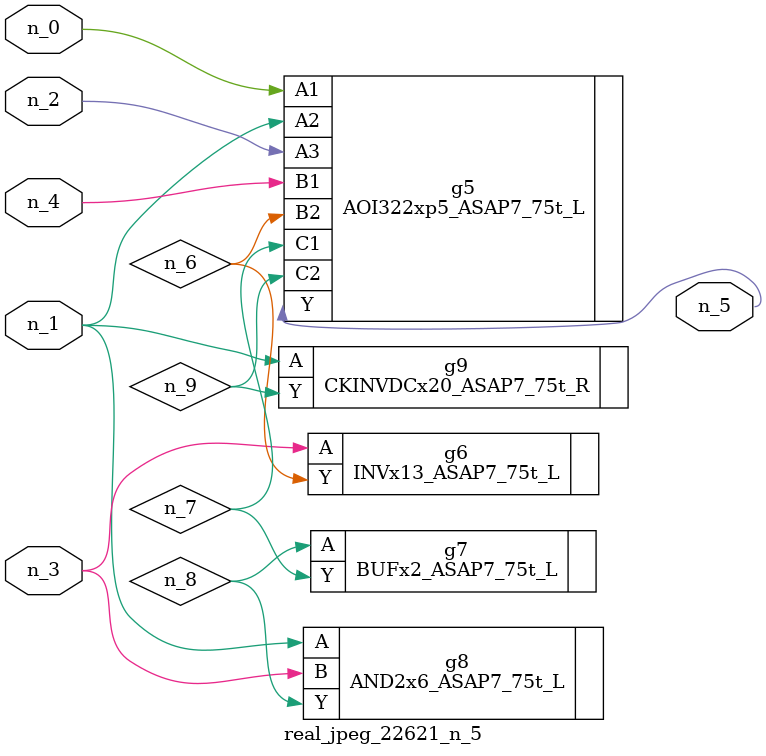
<source format=v>
module real_jpeg_22621_n_5 (n_4, n_0, n_1, n_2, n_3, n_5);

input n_4;
input n_0;
input n_1;
input n_2;
input n_3;

output n_5;

wire n_8;
wire n_6;
wire n_7;
wire n_9;

AOI322xp5_ASAP7_75t_L g5 ( 
.A1(n_0),
.A2(n_1),
.A3(n_2),
.B1(n_4),
.B2(n_6),
.C1(n_7),
.C2(n_9),
.Y(n_5)
);

AND2x6_ASAP7_75t_L g8 ( 
.A(n_1),
.B(n_3),
.Y(n_8)
);

CKINVDCx20_ASAP7_75t_R g9 ( 
.A(n_1),
.Y(n_9)
);

INVx13_ASAP7_75t_L g6 ( 
.A(n_3),
.Y(n_6)
);

BUFx2_ASAP7_75t_L g7 ( 
.A(n_8),
.Y(n_7)
);


endmodule
</source>
